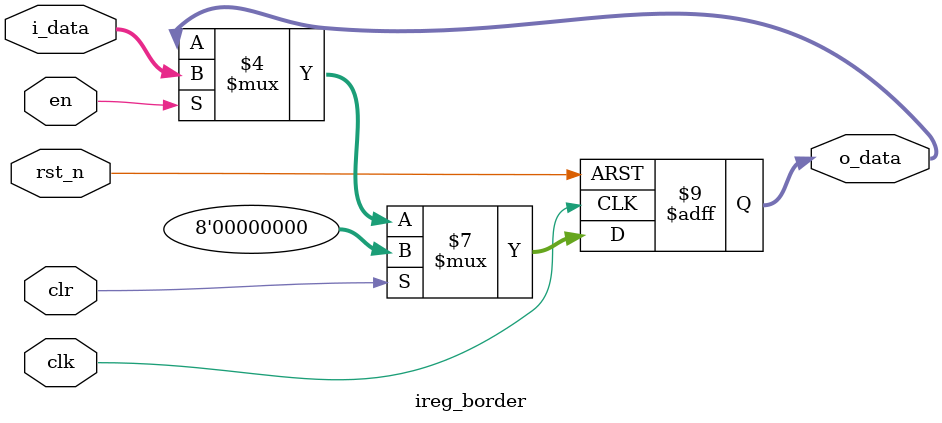
<source format=sv>
`ifndef _ireg_border_
`define _ireg_border_

module ireg_border #(
    parameter WIDTH=8
) (
    input logic clk,
    input logic rst_n,
    input logic en,
    input logic clr,
    input logic signed [WIDTH-1 : 0] i_data,
    output logic signed [WIDTH-1 : 0] o_data
);

    // this module is the horizontal buffer for control and data signals
    always_ff @(posedge clk or negedge rst_n) begin : ireg_border
        if (~rst_n) begin
            o_data <= 0;
        end else begin
            if (clr) begin
                o_data <= 0;
            end else begin
                if (en) begin
                    o_data <= i_data;
                end else begin
                    o_data <= o_data;
                end
            end
        end
    end

endmodule

`endif
</source>
